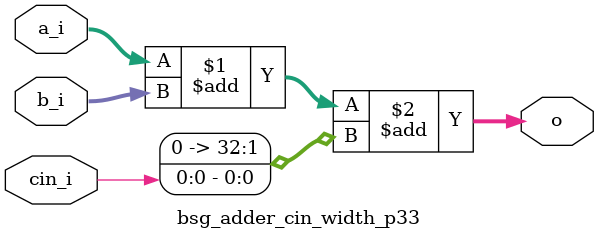
<source format=v>
module bsg_adder_cin_width_p33(	// file.cleaned.mlir:2:3
  input  [32:0] a_i,	// file.cleaned.mlir:2:41
                b_i,	// file.cleaned.mlir:2:56
  input         cin_i,	// file.cleaned.mlir:2:71
  output [32:0] o	// file.cleaned.mlir:2:88
);

  assign o = a_i + b_i + {32'h0, cin_i};	// file.cleaned.mlir:3:15, :4:10, :5:10, :6:5
endmodule


</source>
